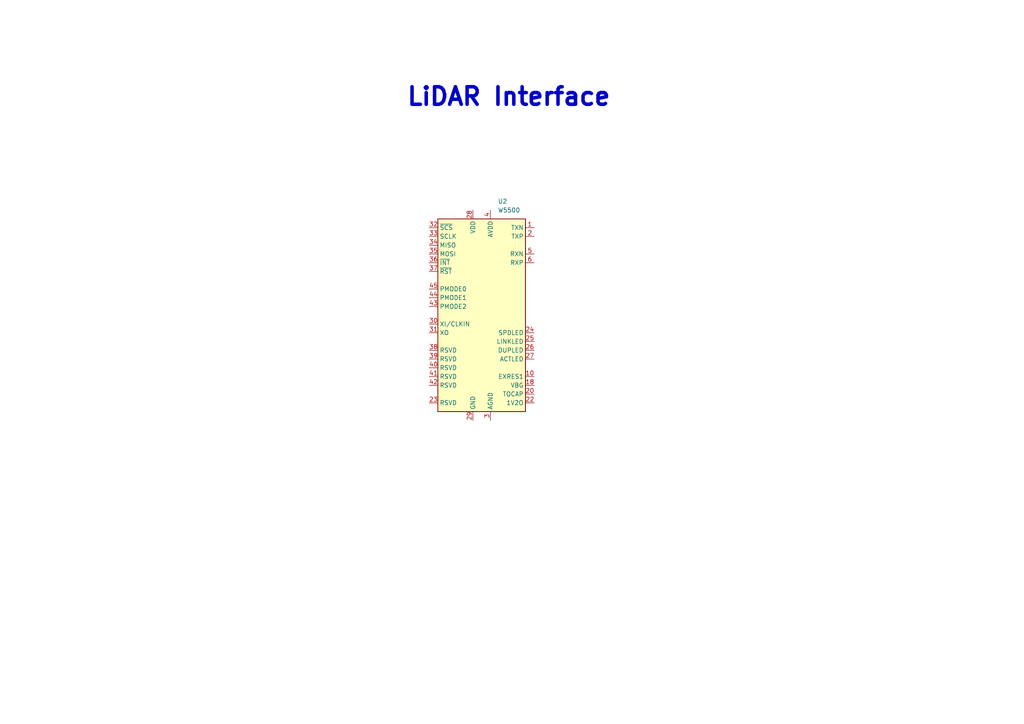
<source format=kicad_sch>
(kicad_sch (version 20250114) (generator "eeschema") (generator_version "9.0")
  (paper "A4")
  (title_block (title "LiDAR-CAN Interface") (date "2025-08-03") (rev "1") (company "Robot.com"))
  (lib_symbols
    (symbol "Interface_Ethernet:W5500"
      (property "Reference" "U" (at -11.43 29.21 0))
      (property "Value" "W5500" (at 8.89 29.21 0))
      (symbol "W5500_0_1"
        (rectangle (start -12.7 27.94) (end 12.7 -27.94) (stroke (width 0.254)) (fill (type background)))
      )
      (symbol "W5500_1_1"
        (pin input line (at -15.24 25.4 0) (length 2.54) (name "~{SCS}") (number "32"))
        (pin input line (at -15.24 22.86 0) (length 2.54) (name "SCLK") (number "33"))
        (pin output line (at -15.24 20.32 0) (length 2.54) (name "MISO") (number "34"))
        (pin input line (at -15.24 17.78 0) (length 2.54) (name "MOSI") (number "35"))
        (pin input line (at -15.24 15.24 0) (length 2.54) (name "~{INT}") (number "36"))
        (pin input line (at -15.24 12.7 0) (length 2.54) (name "~{RST}") (number "37"))
        (pin input line (at -15.24 7.62 0) (length 2.54) (name "PMODE0") (number "45"))
        (pin input line (at -15.24 5.08 0) (length 2.54) (name "PMODE1") (number "44"))
        (pin input line (at -15.24 2.54 0) (length 2.54) (name "PMODE2") (number "43"))
        (pin input line (at -15.24 -2.54 0) (length 2.54) (name "XI/CLKIN") (number "30"))
        (pin output line (at -15.24 -5.08 0) (length 2.54) (name "XO") (number "31"))
        (pin input line (at -15.24 -10.16 0) (length 2.54) (name "RSVD") (number "38"))
        (pin input line (at -15.24 -12.7 0) (length 2.54) (name "RSVD") (number "39"))
        (pin input line (at -15.24 -15.24 0) (length 2.54) (name "RSVD") (number "40"))
        (pin input line (at -15.24 -17.78 0) (length 2.54) (name "RSVD") (number "41"))
        (pin input line (at -15.24 -20.32 0) (length 2.54) (name "RSVD") (number "42"))
        (pin input line (at -15.24 -25.4 0) (length 2.54) (name "RSVD") (number "23"))
        (pin power_in line (at -2.54 30.48 270) (length 2.54) (name "VDD") (number "28"))
        (pin power_in line (at -2.54 -30.48 90) (length 2.54) (name "GND") (number "29"))
        (pin passive line (at 2.54 30.48 270) (length 2.54) (hide yes) (name "AVDD") (number "11"))
        (pin passive line (at 2.54 30.48 270) (length 2.54) (hide yes) (name "AVDD") (number "15"))
        (pin passive line (at 2.54 30.48 270) (length 2.54) (hide yes) (name "AVDD") (number "17"))
        (pin passive line (at 2.54 30.48 270) (length 2.54) (hide yes) (name "AVDD") (number "21"))
        (pin power_in line (at 2.54 30.48 270) (length 2.54) (name "AVDD") (number "4"))
        (pin passive line (at 2.54 30.48 270) (length 2.54) (hide yes) (name "AVDD") (number "8"))
        (pin passive line (at 2.54 -30.48 90) (length 2.54) (hide yes) (name "AGND") (number "14"))
        (pin passive line (at 2.54 -30.48 90) (length 2.54) (hide yes) (name "AGND") (number "16"))
        (pin passive line (at 2.54 -30.48 90) (length 2.54) (hide yes) (name "AGND") (number "19"))
        (pin power_in line (at 2.54 -30.48 90) (length 2.54) (name "AGND") (number "3"))
        (pin passive line (at 2.54 -30.48 90) (length 2.54) (hide yes) (name "AGND") (number "48"))
        (pin passive line (at 2.54 -30.48 90) (length 2.54) (hide yes) (name "AGND") (number "9"))
        (pin no_connect line (at 12.7 10.16 180) (length 2.54) (hide yes) (name "DNC") (number "7"))
        (pin no_connect line (at 12.7 7.62 180) (length 2.54) (hide yes) (name "NC") (number "12"))
        (pin no_connect line (at 12.7 5.08 180) (length 2.54) (hide yes) (name "NC") (number "13"))
        (pin no_connect line (at 12.7 2.54 180) (length 2.54) (hide yes) (name "NC") (number "46"))
        (pin no_connect line (at 12.7 0 180) (length 2.54) (hide yes) (name "NC") (number "47"))
        (pin output line (at 15.24 25.4 180) (length 2.54) (name "TXN") (number "1"))
        (pin output line (at 15.24 22.86 180) (length 2.54) (name "TXP") (number "2"))
        (pin input line (at 15.24 17.78 180) (length 2.54) (name "RXN") (number "5"))
        (pin input line (at 15.24 15.24 180) (length 2.54) (name "RXP") (number "6"))
        (pin output line (at 15.24 -5.08 180) (length 2.54) (name "SPDLED") (number "24"))
        (pin output line (at 15.24 -7.62 180) (length 2.54) (name "LINKLED") (number "25"))
        (pin output line (at 15.24 -10.16 180) (length 2.54) (name "DUPLED") (number "26"))
        (pin output line (at 15.24 -12.7 180) (length 2.54) (name "ACTLED") (number "27"))
        (pin passive line (at 15.24 -17.78 180) (length 2.54) (name "EXRES1") (number "10"))
        (pin passive line (at 15.24 -20.32 180) (length 2.54) (name "VBG") (number "18"))
        (pin passive line (at 15.24 -22.86 180) (length 2.54) (name "TOCAP") (number "20"))
        (pin output line (at 15.24 -25.4 180) (length 2.54) (name "1V2O") (number "22"))
      )
    )
  )
  (text "LiDAR Interface" (at 147.574 28.194 0) (effects (font (size 5.08 5.08) (thickness 1.016) (bold yes))))
  (symbol (lib_id "Interface_Ethernet:W5500") (at 139.7 91.44 0) (unit 1)
    (property "Reference" "U2" (at 144.3833 58.42 0) (effects (justify left)))
    (property "Value" "W5500" (at 144.3833 60.96 0) (effects (justify left)))
    (property "Footprint" "Package_QFP:LQFP-48_7x7mm_P0.5mm" (effects (hide yes)))
    (property "Datasheet" "http://wizwiki.net/wiki/lib/exe/fetch.php/products:w5500:w5500_ds_v109e.pdf" (effects (hide yes)))
    (property "Description" "10/100Mb SPI Ethernet controller with TCP/IP stack, LQFP-48" (effects (hide yes)))
  )
)
</source>
